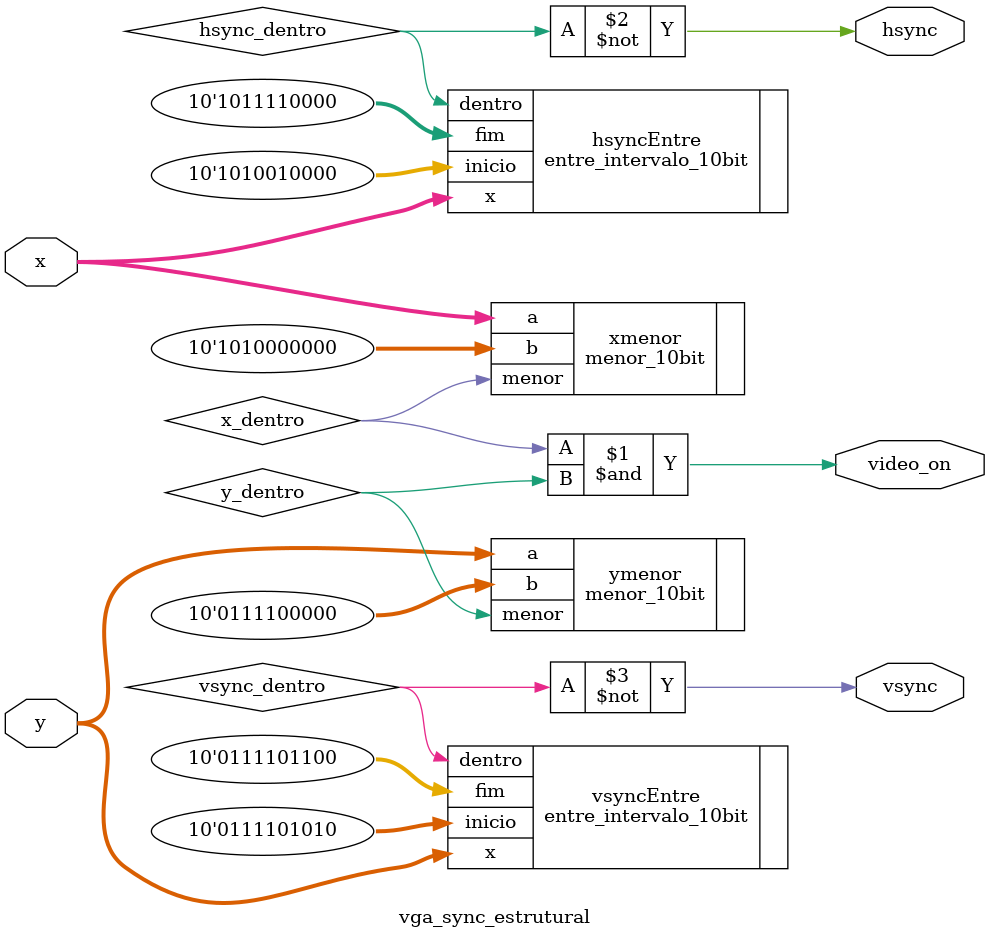
<source format=v>
module vga_sync_estrutural (
    input [9:0] x,
    input [9:0] y,
    output wire hsync,
    output wire vsync,
    output wire video_on
);
   
	
	// Sinais de sincronismo
	// Sinais de sincronismo
	// Sinais de sincronismo
 
	 // hsync x >= 656 and x < 752
	 
	 wire hsync_dentro;
	 entre_intervalo_10bit hsyncEntre(.x(x), .inicio(10'd656), .fim(10'd752), .dentro(hsync_dentro));
	 not (hsync, hsync_dentro);
    
	 

    // vsync y >= 490 and y < 492
	 wire vsync_dentro;
	 entre_intervalo_10bit vsyncEntre(.x(y), .inicio(10'd490), .fim(10'd492), .dentro(vsync_dentro));
	 not (vsync, vsync_dentro);
	
	 // Ativo apenas dentro da área visível da tela
	 

	 
	 wire x_dentro, y_dentro;
	 menor_10bit xmenor(.a(x), .b(10'd640), .menor(x_dentro));
	 menor_10bit ymenor(.a(y), .b(10'd480), .menor(y_dentro));
	 and (video_on,x_dentro,y_dentro);
	
	// Sinais de sincronismo
	// Sinais de sincronismo
	// Sinais de sincronismo
	 
endmodule


</source>
